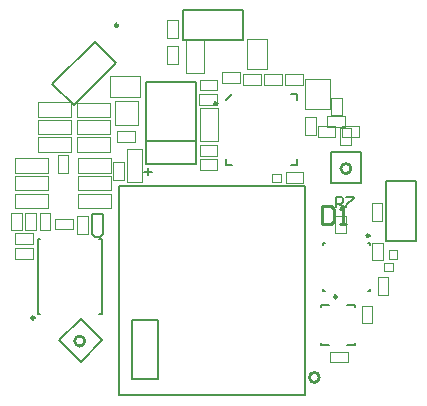
<source format=gto>
G04 Layer_Color=65535*
%FSLAX44Y44*%
%MOMM*%
G71*
G01*
G75*
%ADD12C,0.0800*%
%ADD53C,0.2000*%
%ADD54C,0.2500*%
%ADD55C,0.1500*%
%ADD71C,0.2540*%
%ADD72C,0.1000*%
%ADD73C,0.1200*%
D12*
X-62475Y73625D02*
Y93625D01*
X-82475Y73625D02*
X-62475D01*
X-82475D02*
Y93625D01*
X-62475D01*
X57900Y25600D02*
X57900Y32100D01*
X50600D02*
X57900D01*
X50600Y25600D02*
Y32100D01*
Y25600D02*
X57900Y25600D01*
X145800Y-43600D02*
X153100D01*
Y-50100D02*
Y-43600D01*
X145800Y-50100D02*
X153100D01*
X145800D02*
Y-43600D01*
X156350Y-39800D02*
Y-32500D01*
X149850Y-39800D02*
X156350D01*
X149850D02*
Y-32500D01*
X156350D01*
D53*
X93400Y-28350D02*
Y-26600D01*
X95150Y-26600D01*
X93400Y-66600D02*
Y-64850D01*
Y-66600D02*
X95150D01*
X131650D02*
X133400D01*
X133400Y-64850D01*
X133400Y-26600D02*
X133400Y-28350D01*
X131650Y-26600D02*
X133400Y-26600D01*
X11950Y95000D02*
X16950Y100000D01*
X66950D02*
X71950D01*
Y95000D02*
Y100000D01*
Y40000D02*
Y45000D01*
X66950Y40000D02*
X71950D01*
X11950D02*
X16950D01*
X11950D02*
Y45000D01*
X-129909Y-108665D02*
X-111525Y-90280D01*
X-129909Y-108665D02*
X-111525Y-127050D01*
X-93140Y-108665D01*
X-111525Y-90280D02*
X-93140Y-108665D01*
X78400Y-155100D02*
Y-127100D01*
X-78600Y-155100D02*
X78400D01*
X-78600D02*
Y21900D01*
X78400D01*
Y-127100D02*
Y21900D01*
X-68100Y-141500D02*
Y-91500D01*
X-46100D01*
Y-141500D02*
Y-91500D01*
X-68100Y-141500D02*
X-46100D01*
X-147750Y-55100D02*
Y-22750D01*
X-145800D01*
X-95700D02*
X-93750D01*
Y-55100D02*
Y-22750D01*
Y-86750D02*
Y-54400D01*
X-95700Y-86750D02*
X-93750D01*
X-147750D02*
Y-54400D01*
Y-86750D02*
X-145800D01*
X26100Y145300D02*
Y170700D01*
X-24700Y145300D02*
X26100D01*
X-24700D02*
Y170700D01*
X26100D01*
X-101400Y-1600D02*
X-92500D01*
X-94700Y-20800D02*
X-92500Y-18600D01*
Y-1600D01*
X-101400Y-18700D02*
Y-1600D01*
Y-18700D02*
X-99300Y-20800D01*
X-94700D01*
X146700Y-24800D02*
X172100D01*
X146700D02*
Y26000D01*
X172100D01*
Y-24800D02*
Y26000D01*
X-99500Y144060D02*
X-81539Y126100D01*
X-117460Y90179D02*
X-81539Y126100D01*
X-135421Y108139D02*
X-117460Y90179D01*
X-135421Y108139D02*
X-99500Y144060D01*
X100150Y50750D02*
X126150D01*
Y24750D02*
Y50750D01*
X100150Y24750D02*
X126150D01*
X100150D02*
Y50750D01*
X-56400Y60200D02*
X-14400D01*
X-56400Y59200D02*
Y60200D01*
Y40200D02*
X-13400D01*
Y110200D01*
X-56400D02*
X-13400D01*
X-56400Y40200D02*
Y110200D01*
X-54400Y31200D02*
Y37200D01*
X-57400Y34200D02*
X-51400D01*
X92200Y-80650D02*
Y-78900D01*
X98950D01*
X114450D02*
X121200D01*
Y-80650D02*
Y-78900D01*
Y-112900D02*
Y-111150D01*
X114450Y-112900D02*
X121200D01*
X92200D02*
Y-111150D01*
Y-112900D02*
X98950D01*
D54*
X133150Y-20100D02*
G03*
X133150Y-20100I-1250J0D01*
G01*
X4200Y92000D02*
G03*
X4200Y92000I-1250J0D01*
G01*
X-150500Y-89750D02*
G03*
X-150500Y-89750I-1250J0D01*
G01*
X-79750Y158000D02*
G03*
X-79750Y158000I-1250J0D01*
G01*
X105450Y-71900D02*
G03*
X105450Y-71900I-1250J0D01*
G01*
D55*
X104648Y4064D02*
Y13061D01*
X109146D01*
X110646Y11562D01*
Y8562D01*
X109146Y7063D01*
X104648D01*
X107647D02*
X110646Y4064D01*
X113645Y13061D02*
X119643D01*
Y11562D01*
X113645Y5563D01*
Y4064D01*
D71*
X-107989Y-109372D02*
G03*
X-107989Y-109372I-4243J0D01*
G01*
X90643Y-140100D02*
G03*
X90643Y-140100I-4243J0D01*
G01*
X117393Y36750D02*
G03*
X117393Y36750I-4243J0D01*
G01*
X92918Y5129D02*
Y-10106D01*
X100535D01*
X103075Y-7567D01*
Y2590D01*
X100535Y5129D01*
X92918D01*
X108153Y-10106D02*
X113231D01*
X110692D01*
Y5129D01*
X108153Y2590D01*
D72*
X-134950Y28050D02*
G03*
X-134950Y28050I-500J0D01*
G01*
X-63713Y95175D02*
G03*
X-63713Y95175I-112J0D01*
G01*
X-2000Y144200D02*
G03*
X-2000Y144200I-500J0D01*
G01*
D73*
X61500Y107710D02*
X76590D01*
X61500D02*
Y116840D01*
X76590D01*
X76590Y107710D01*
X-37890Y147210D02*
Y162300D01*
X-28760D01*
Y147210D02*
Y162300D01*
X-37890Y147210D02*
X-28760D01*
X-7400Y117500D02*
Y146500D01*
X-22400Y117500D02*
X-7400D01*
X-22400D02*
Y146500D01*
X-7400D01*
X8000Y109410D02*
X23090D01*
X8000D02*
Y118540D01*
X23090D01*
Y109410D02*
Y118540D01*
X-86300Y114800D02*
X-61300D01*
Y97600D02*
Y114800D01*
X-86300Y97600D02*
X-61300D01*
X-86300D02*
Y114800D01*
X46400Y121200D02*
Y146200D01*
X29200Y121200D02*
X46400D01*
X29200D02*
Y146200D01*
X46400D01*
X144790Y-41000D02*
Y-25910D01*
X135660Y-41000D02*
X144790D01*
X135660D02*
Y-25910D01*
X144790D01*
X-83640Y42290D02*
X-74510D01*
X-83640Y27200D02*
Y42290D01*
Y27200D02*
X-74510D01*
Y42290D01*
X-59700Y25600D02*
Y53600D01*
X-71900D02*
X-59700D01*
X-71900Y25600D02*
Y53600D01*
Y25600D02*
X-59700D01*
X-114600Y50900D02*
X-86600D01*
Y63100D01*
X-114600D02*
X-86600D01*
X-114600Y50900D02*
Y63100D01*
X-113900Y15500D02*
X-85900D01*
X-113900Y3300D02*
Y15500D01*
Y3300D02*
X-85900D01*
Y15500D01*
X-130840Y48190D02*
X-121710Y48190D01*
X-130840Y33100D02*
Y48190D01*
Y33100D02*
X-121710D01*
Y48190D01*
X-113900Y30800D02*
X-85900D01*
X-113900Y18600D02*
Y30800D01*
Y18600D02*
X-85900D01*
Y30800D01*
X-114700Y65600D02*
X-86700D01*
Y77800D01*
X-114700D02*
X-86700D01*
X-114700Y65600D02*
Y77800D01*
X-113900Y45400D02*
X-85900D01*
X-113900Y33200D02*
Y45400D01*
Y33200D02*
X-85900D01*
Y45400D01*
X-147400Y51100D02*
X-119400D01*
Y63300D01*
X-147400D02*
X-119400D01*
X-147400Y51100D02*
Y63300D01*
Y65900D02*
X-119400D01*
Y78100D01*
X-147400D02*
X-119400D01*
X-147400Y65900D02*
Y78100D01*
Y80500D02*
X-119400D01*
Y92700D01*
X-147400D02*
X-119400D01*
X-147400Y80500D02*
Y92700D01*
X-114900Y80300D02*
X-86900D01*
Y92500D01*
X-114900D02*
X-86900D01*
X-114900Y80300D02*
Y92500D01*
X-167200Y33200D02*
X-139200D01*
Y45400D01*
X-167200D02*
X-139200D01*
X-167200Y33200D02*
Y45400D01*
Y18600D02*
X-139200D01*
Y30800D01*
X-167200D02*
X-139200D01*
X-167200Y18600D02*
Y30800D01*
Y3300D02*
X-139200D01*
Y15500D01*
X-167200D02*
X-139200D01*
X-167200Y3300D02*
Y15500D01*
X99510Y-118310D02*
X99510Y-127440D01*
X114600D01*
Y-118310D01*
X99510D02*
X114600D01*
X-166690Y-40040D02*
Y-30910D01*
Y-40040D02*
X-151600D01*
Y-30910D01*
X-166690D02*
X-151600D01*
X-80490Y68390D02*
X-80490Y59260D01*
X-65400D01*
Y68390D01*
X-80490D02*
X-65400D01*
X-10690Y44440D02*
X-10690Y35310D01*
X4400D01*
Y44440D01*
X-10690D02*
X4400D01*
X43667Y107760D02*
Y116890D01*
Y107760D02*
X58757D01*
Y116890D01*
X43667D02*
X58757D01*
X-10990Y99590D02*
X-10990Y90460D01*
X4100D01*
Y99590D01*
X-10990D02*
X4100D01*
X100710Y81710D02*
X109840Y81710D01*
Y96800D01*
X100710D02*
X109840D01*
X100710Y81710D02*
Y96800D01*
X25833Y116990D02*
X25833Y107860D01*
X40923D01*
Y116990D01*
X25833D02*
X40923D01*
X96910Y81390D02*
X96910Y72260D01*
X112000D01*
Y81390D01*
X96910D02*
X112000D01*
X-10690Y56590D02*
X-10690Y47460D01*
X4400D01*
Y56590D01*
X-10690D02*
X4400D01*
X78660Y79990D02*
X87790Y79990D01*
X78660Y64900D02*
Y79990D01*
Y64900D02*
X87790D01*
Y79990D01*
X-10790Y112090D02*
X-10790Y102960D01*
X4300D01*
Y112090D01*
X-10790D02*
X4300D01*
X104200Y63360D02*
Y72490D01*
X89200Y63360D02*
X104200D01*
X89200D02*
Y72490D01*
X104200D01*
X78600Y87200D02*
Y112400D01*
X99900D01*
Y87200D02*
Y112400D01*
X78600Y87200D02*
X99900D01*
X-10500Y60200D02*
X4500D01*
Y88200D01*
X-10500D02*
X4500D01*
X-10500Y60200D02*
Y88200D01*
X62060Y24410D02*
X76990Y24410D01*
X62060Y24410D02*
Y33540D01*
X76990Y33540D01*
X76990Y24410D01*
X117690Y71390D02*
X117690Y56460D01*
X108560D02*
X117690D01*
X108560D02*
Y71390D01*
X117690Y71390D01*
X109610Y72590D02*
X124540D01*
Y63460D02*
Y72590D01*
X109610Y63460D02*
X124540D01*
X109610D02*
Y72590D01*
X-37890Y125210D02*
Y140140D01*
X-28760D01*
Y125210D02*
Y140140D01*
X-37890Y125210D02*
X-28760D01*
X-158390Y-15690D02*
Y-760D01*
X-149260D01*
Y-15690D02*
Y-760D01*
X-158390Y-15690D02*
X-149260D01*
X-167040Y-26990D02*
X-152110D01*
X-167040D02*
Y-17860D01*
X-152110D01*
X-152110Y-26990D01*
X-133240Y-14790D02*
X-118310D01*
X-133240D02*
Y-5660D01*
X-118310D01*
Y-14790D02*
Y-5660D01*
X-105110Y-18440D02*
Y-3510D01*
X-114240Y-18440D02*
X-105110D01*
X-114240D02*
Y-3510D01*
X-105110D01*
X-146190Y-15690D02*
Y-760D01*
X-137060D01*
Y-15690D02*
Y-760D01*
X-146190Y-15690D02*
X-137060D01*
X-170490D02*
Y-760D01*
X-161360D01*
Y-15690D02*
Y-760D01*
X-170490Y-15690D02*
X-161360D01*
X139960Y-55410D02*
X149090Y-55410D01*
X139960Y-70340D02*
Y-55410D01*
Y-70340D02*
X149090D01*
Y-55410D01*
X126460Y-79310D02*
X135590Y-79310D01*
X126460Y-94240D02*
Y-79310D01*
Y-94240D02*
X135590D01*
X135590Y-79310D02*
X135590Y-94240D01*
X144090Y-7500D02*
Y7590D01*
X134960Y-7500D02*
X144090D01*
X134960D02*
Y7590D01*
X144090D01*
X103710Y-17990D02*
X112840D01*
Y-3060D01*
X103710D02*
X112840D01*
X103710Y-17990D02*
Y-3060D01*
M02*

</source>
